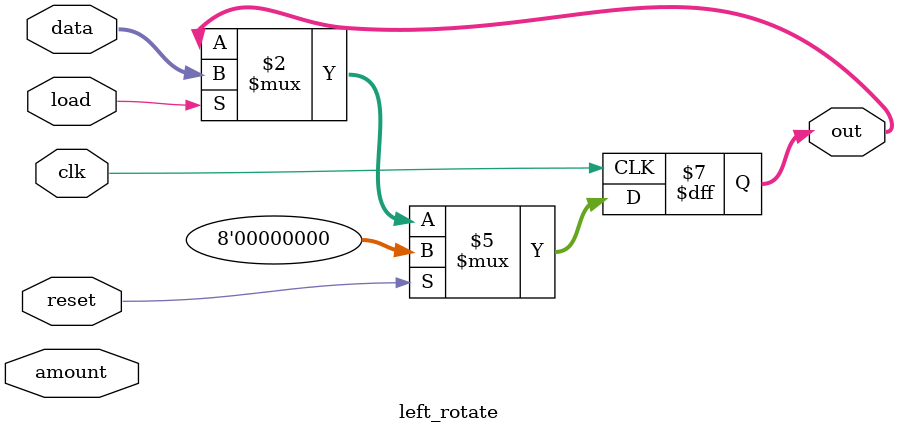
<source format=v>
module left_rotate(clk,reset,amount,data,load,out);
input clk,reset;
input [2:0] amount;
input [7:0] data;
input load;
output reg [7:0] out;
// when load is high, load data to out
// otherwise rotate the out register followed by left shift the out register by amount bits
always @(posedge clk)
	begin
	if(reset)
	out<=0;
	else if(load)
	out<=data;
	else 
	begin
	// if amount is 7 or more, shift left
	/*	if(amount<=6)
	begin	
	out = {out[6:0],out[7]};
	out[7:amount]=0;
	end */ 
	// if amount is less than 7, shift right
	/*	if(amount<=5)
	begin
	out = {out[0],out[7:1]};
	end */
	end
	end
endmodule

</source>
